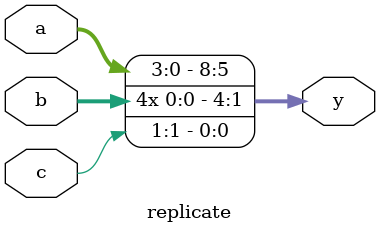
<source format=v>
/*Write a module using replication operator:
assign y = {a, {4{b[0]}}, c[1]};*/
module replicate(a,b,c,y);
input [3:0] a,b,c;
output [8:0]y;
assign y = {a, {4{b[0]}}, c[1]};
endmodule

</source>
